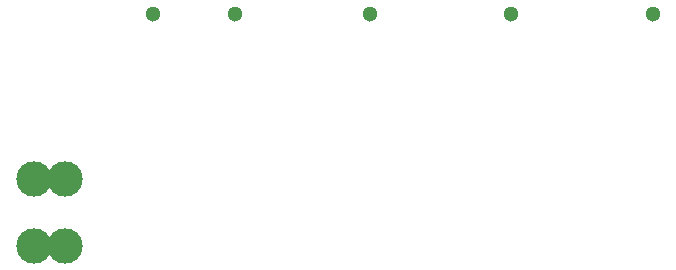
<source format=gbr>
%TF.GenerationSoftware,KiCad,Pcbnew,5.1.12-84ad8e8a86~92~ubuntu20.04.1*%
%TF.CreationDate,2021-12-22T16:18:45+01:00*%
%TF.ProjectId,uHoubolt_PCB_ECU,75486f75-626f-46c7-945f-5043425f4543,rev?*%
%TF.SameCoordinates,PX7270e00PY4c4b400*%
%TF.FileFunction,NonPlated,1,4,NPTH,Drill*%
%TF.FilePolarity,Positive*%
%FSLAX46Y46*%
G04 Gerber Fmt 4.6, Leading zero omitted, Abs format (unit mm)*
G04 Created by KiCad (PCBNEW 5.1.12-84ad8e8a86~92~ubuntu20.04.1) date 2021-12-22 16:18:45*
%MOMM*%
%LPD*%
G01*
G04 APERTURE LIST*
%TA.AperFunction,ComponentDrill*%
%ADD10C,1.300000*%
%TD*%
%TA.AperFunction,ComponentDrill*%
%ADD11C,3.000000*%
%TD*%
G04 APERTURE END LIST*
D10*
%TO.C,J10*%
X12210000Y-3190000D03*
%TO.C,J20*%
X19160000Y-3190000D03*
%TO.C,J18*%
X30650000Y-3190000D03*
%TO.C,J19*%
X42600000Y-3190000D03*
%TO.C,J9*%
X54550000Y-3190000D03*
D11*
%TO.C,J1*%
X2160000Y-17150000D03*
X2160000Y-22850000D03*
X4840000Y-17150000D03*
X4840000Y-22850000D03*
M02*

</source>
